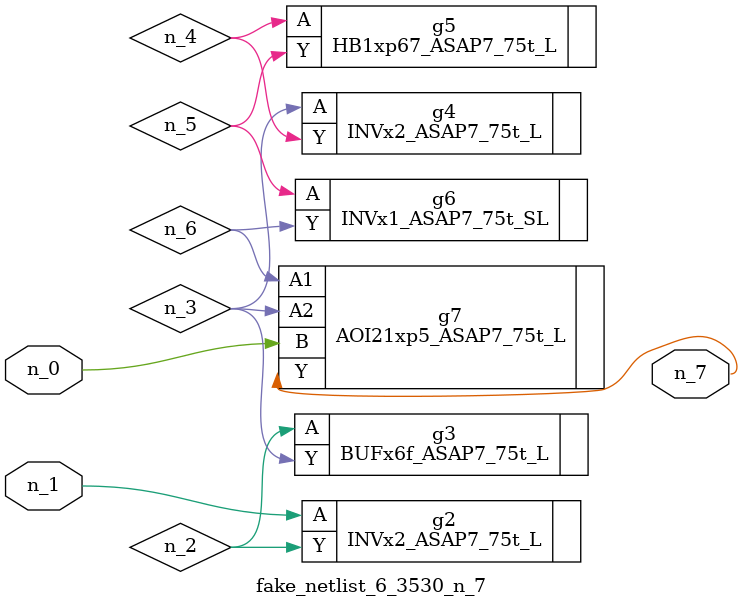
<source format=v>
module fake_netlist_6_3530_n_7 (n_1, n_0, n_7);

input n_1;
input n_0;

output n_7;

wire n_6;
wire n_4;
wire n_2;
wire n_5;
wire n_3;

INVx2_ASAP7_75t_L g2 ( 
.A(n_1),
.Y(n_2)
);

BUFx6f_ASAP7_75t_L g3 ( 
.A(n_2),
.Y(n_3)
);

INVx2_ASAP7_75t_L g4 ( 
.A(n_3),
.Y(n_4)
);

HB1xp67_ASAP7_75t_L g5 ( 
.A(n_4),
.Y(n_5)
);

INVx1_ASAP7_75t_SL g6 ( 
.A(n_5),
.Y(n_6)
);

AOI21xp5_ASAP7_75t_L g7 ( 
.A1(n_6),
.A2(n_3),
.B(n_0),
.Y(n_7)
);


endmodule
</source>
